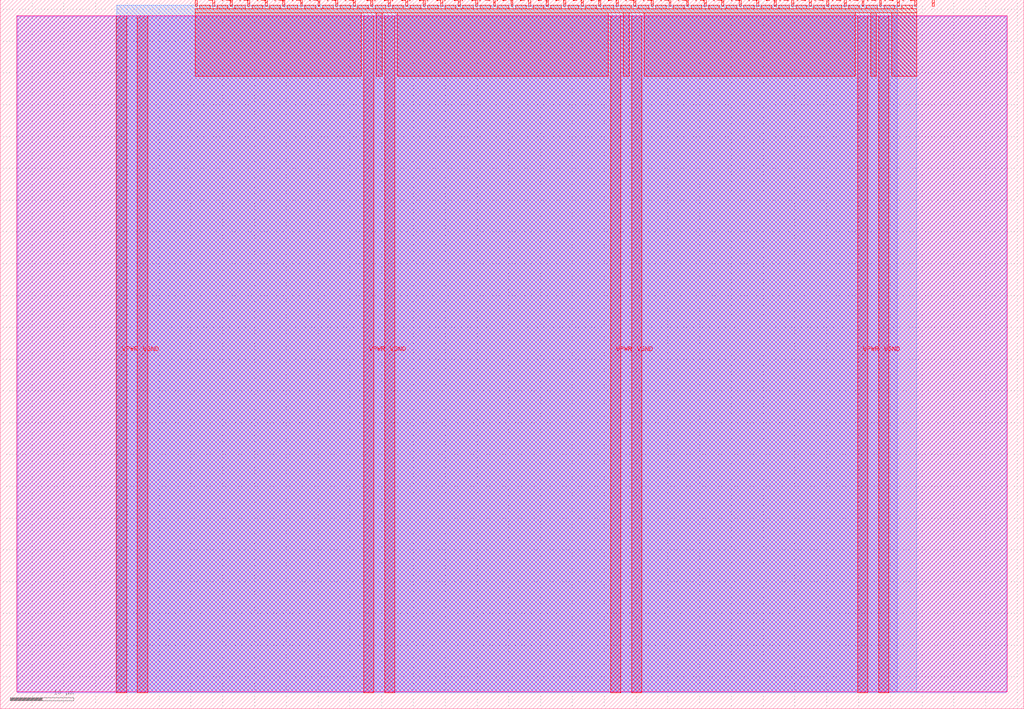
<source format=lef>
VERSION 5.7 ;
  NOWIREEXTENSIONATPIN ON ;
  DIVIDERCHAR "/" ;
  BUSBITCHARS "[]" ;
MACRO tt_um_wokwi_442977515486800897
  CLASS BLOCK ;
  FOREIGN tt_um_wokwi_442977515486800897 ;
  ORIGIN 0.000 0.000 ;
  SIZE 161.000 BY 111.520 ;
  PIN VGND
    DIRECTION INOUT ;
    USE GROUND ;
    PORT
      LAYER met4 ;
        RECT 21.580 2.480 23.180 109.040 ;
    END
    PORT
      LAYER met4 ;
        RECT 60.450 2.480 62.050 109.040 ;
    END
    PORT
      LAYER met4 ;
        RECT 99.320 2.480 100.920 109.040 ;
    END
    PORT
      LAYER met4 ;
        RECT 138.190 2.480 139.790 109.040 ;
    END
  END VGND
  PIN VPWR
    DIRECTION INOUT ;
    USE POWER ;
    PORT
      LAYER met4 ;
        RECT 18.280 2.480 19.880 109.040 ;
    END
    PORT
      LAYER met4 ;
        RECT 57.150 2.480 58.750 109.040 ;
    END
    PORT
      LAYER met4 ;
        RECT 96.020 2.480 97.620 109.040 ;
    END
    PORT
      LAYER met4 ;
        RECT 134.890 2.480 136.490 109.040 ;
    END
  END VPWR
  PIN clk
    DIRECTION INPUT ;
    USE SIGNAL ;
    ANTENNAGATEAREA 0.852000 ;
    PORT
      LAYER met4 ;
        RECT 143.830 110.520 144.130 111.520 ;
    END
  END clk
  PIN ena
    DIRECTION INPUT ;
    USE SIGNAL ;
    PORT
      LAYER met4 ;
        RECT 146.590 110.520 146.890 111.520 ;
    END
  END ena
  PIN rst_n
    DIRECTION INPUT ;
    USE SIGNAL ;
    PORT
      LAYER met4 ;
        RECT 141.070 110.520 141.370 111.520 ;
    END
  END rst_n
  PIN ui_in[0]
    DIRECTION INPUT ;
    USE SIGNAL ;
    ANTENNAGATEAREA 0.196500 ;
    PORT
      LAYER met4 ;
        RECT 138.310 110.520 138.610 111.520 ;
    END
  END ui_in[0]
  PIN ui_in[1]
    DIRECTION INPUT ;
    USE SIGNAL ;
    ANTENNAGATEAREA 0.196500 ;
    PORT
      LAYER met4 ;
        RECT 135.550 110.520 135.850 111.520 ;
    END
  END ui_in[1]
  PIN ui_in[2]
    DIRECTION INPUT ;
    USE SIGNAL ;
    ANTENNAGATEAREA 0.196500 ;
    PORT
      LAYER met4 ;
        RECT 132.790 110.520 133.090 111.520 ;
    END
  END ui_in[2]
  PIN ui_in[3]
    DIRECTION INPUT ;
    USE SIGNAL ;
    ANTENNAGATEAREA 0.196500 ;
    PORT
      LAYER met4 ;
        RECT 130.030 110.520 130.330 111.520 ;
    END
  END ui_in[3]
  PIN ui_in[4]
    DIRECTION INPUT ;
    USE SIGNAL ;
    PORT
      LAYER met4 ;
        RECT 127.270 110.520 127.570 111.520 ;
    END
  END ui_in[4]
  PIN ui_in[5]
    DIRECTION INPUT ;
    USE SIGNAL ;
    PORT
      LAYER met4 ;
        RECT 124.510 110.520 124.810 111.520 ;
    END
  END ui_in[5]
  PIN ui_in[6]
    DIRECTION INPUT ;
    USE SIGNAL ;
    PORT
      LAYER met4 ;
        RECT 121.750 110.520 122.050 111.520 ;
    END
  END ui_in[6]
  PIN ui_in[7]
    DIRECTION INPUT ;
    USE SIGNAL ;
    PORT
      LAYER met4 ;
        RECT 118.990 110.520 119.290 111.520 ;
    END
  END ui_in[7]
  PIN uio_in[0]
    DIRECTION INPUT ;
    USE SIGNAL ;
    PORT
      LAYER met4 ;
        RECT 116.230 110.520 116.530 111.520 ;
    END
  END uio_in[0]
  PIN uio_in[1]
    DIRECTION INPUT ;
    USE SIGNAL ;
    PORT
      LAYER met4 ;
        RECT 113.470 110.520 113.770 111.520 ;
    END
  END uio_in[1]
  PIN uio_in[2]
    DIRECTION INPUT ;
    USE SIGNAL ;
    PORT
      LAYER met4 ;
        RECT 110.710 110.520 111.010 111.520 ;
    END
  END uio_in[2]
  PIN uio_in[3]
    DIRECTION INPUT ;
    USE SIGNAL ;
    PORT
      LAYER met4 ;
        RECT 107.950 110.520 108.250 111.520 ;
    END
  END uio_in[3]
  PIN uio_in[4]
    DIRECTION INPUT ;
    USE SIGNAL ;
    PORT
      LAYER met4 ;
        RECT 105.190 110.520 105.490 111.520 ;
    END
  END uio_in[4]
  PIN uio_in[5]
    DIRECTION INPUT ;
    USE SIGNAL ;
    PORT
      LAYER met4 ;
        RECT 102.430 110.520 102.730 111.520 ;
    END
  END uio_in[5]
  PIN uio_in[6]
    DIRECTION INPUT ;
    USE SIGNAL ;
    PORT
      LAYER met4 ;
        RECT 99.670 110.520 99.970 111.520 ;
    END
  END uio_in[6]
  PIN uio_in[7]
    DIRECTION INPUT ;
    USE SIGNAL ;
    PORT
      LAYER met4 ;
        RECT 96.910 110.520 97.210 111.520 ;
    END
  END uio_in[7]
  PIN uio_oe[0]
    DIRECTION OUTPUT ;
    USE SIGNAL ;
    PORT
      LAYER met4 ;
        RECT 49.990 110.520 50.290 111.520 ;
    END
  END uio_oe[0]
  PIN uio_oe[1]
    DIRECTION OUTPUT ;
    USE SIGNAL ;
    PORT
      LAYER met4 ;
        RECT 47.230 110.520 47.530 111.520 ;
    END
  END uio_oe[1]
  PIN uio_oe[2]
    DIRECTION OUTPUT ;
    USE SIGNAL ;
    PORT
      LAYER met4 ;
        RECT 44.470 110.520 44.770 111.520 ;
    END
  END uio_oe[2]
  PIN uio_oe[3]
    DIRECTION OUTPUT ;
    USE SIGNAL ;
    PORT
      LAYER met4 ;
        RECT 41.710 110.520 42.010 111.520 ;
    END
  END uio_oe[3]
  PIN uio_oe[4]
    DIRECTION OUTPUT ;
    USE SIGNAL ;
    PORT
      LAYER met4 ;
        RECT 38.950 110.520 39.250 111.520 ;
    END
  END uio_oe[4]
  PIN uio_oe[5]
    DIRECTION OUTPUT ;
    USE SIGNAL ;
    PORT
      LAYER met4 ;
        RECT 36.190 110.520 36.490 111.520 ;
    END
  END uio_oe[5]
  PIN uio_oe[6]
    DIRECTION OUTPUT ;
    USE SIGNAL ;
    PORT
      LAYER met4 ;
        RECT 33.430 110.520 33.730 111.520 ;
    END
  END uio_oe[6]
  PIN uio_oe[7]
    DIRECTION OUTPUT ;
    USE SIGNAL ;
    PORT
      LAYER met4 ;
        RECT 30.670 110.520 30.970 111.520 ;
    END
  END uio_oe[7]
  PIN uio_out[0]
    DIRECTION OUTPUT ;
    USE SIGNAL ;
    PORT
      LAYER met4 ;
        RECT 72.070 110.520 72.370 111.520 ;
    END
  END uio_out[0]
  PIN uio_out[1]
    DIRECTION OUTPUT ;
    USE SIGNAL ;
    PORT
      LAYER met4 ;
        RECT 69.310 110.520 69.610 111.520 ;
    END
  END uio_out[1]
  PIN uio_out[2]
    DIRECTION OUTPUT ;
    USE SIGNAL ;
    PORT
      LAYER met4 ;
        RECT 66.550 110.520 66.850 111.520 ;
    END
  END uio_out[2]
  PIN uio_out[3]
    DIRECTION OUTPUT ;
    USE SIGNAL ;
    PORT
      LAYER met4 ;
        RECT 63.790 110.520 64.090 111.520 ;
    END
  END uio_out[3]
  PIN uio_out[4]
    DIRECTION OUTPUT ;
    USE SIGNAL ;
    PORT
      LAYER met4 ;
        RECT 61.030 110.520 61.330 111.520 ;
    END
  END uio_out[4]
  PIN uio_out[5]
    DIRECTION OUTPUT ;
    USE SIGNAL ;
    PORT
      LAYER met4 ;
        RECT 58.270 110.520 58.570 111.520 ;
    END
  END uio_out[5]
  PIN uio_out[6]
    DIRECTION OUTPUT ;
    USE SIGNAL ;
    PORT
      LAYER met4 ;
        RECT 55.510 110.520 55.810 111.520 ;
    END
  END uio_out[6]
  PIN uio_out[7]
    DIRECTION OUTPUT ;
    USE SIGNAL ;
    PORT
      LAYER met4 ;
        RECT 52.750 110.520 53.050 111.520 ;
    END
  END uio_out[7]
  PIN uo_out[0]
    DIRECTION OUTPUT ;
    USE SIGNAL ;
    ANTENNADIFFAREA 0.445500 ;
    PORT
      LAYER met4 ;
        RECT 94.150 110.520 94.450 111.520 ;
    END
  END uo_out[0]
  PIN uo_out[1]
    DIRECTION OUTPUT ;
    USE SIGNAL ;
    ANTENNADIFFAREA 0.445500 ;
    PORT
      LAYER met4 ;
        RECT 91.390 110.520 91.690 111.520 ;
    END
  END uo_out[1]
  PIN uo_out[2]
    DIRECTION OUTPUT ;
    USE SIGNAL ;
    ANTENNADIFFAREA 0.445500 ;
    PORT
      LAYER met4 ;
        RECT 88.630 110.520 88.930 111.520 ;
    END
  END uo_out[2]
  PIN uo_out[3]
    DIRECTION OUTPUT ;
    USE SIGNAL ;
    ANTENNADIFFAREA 0.445500 ;
    PORT
      LAYER met4 ;
        RECT 85.870 110.520 86.170 111.520 ;
    END
  END uo_out[3]
  PIN uo_out[4]
    DIRECTION OUTPUT ;
    USE SIGNAL ;
    ANTENNADIFFAREA 0.445500 ;
    PORT
      LAYER met4 ;
        RECT 83.110 110.520 83.410 111.520 ;
    END
  END uo_out[4]
  PIN uo_out[5]
    DIRECTION OUTPUT ;
    USE SIGNAL ;
    ANTENNADIFFAREA 0.445500 ;
    PORT
      LAYER met4 ;
        RECT 80.350 110.520 80.650 111.520 ;
    END
  END uo_out[5]
  PIN uo_out[6]
    DIRECTION OUTPUT ;
    USE SIGNAL ;
    ANTENNADIFFAREA 0.445500 ;
    PORT
      LAYER met4 ;
        RECT 77.590 110.520 77.890 111.520 ;
    END
  END uo_out[6]
  PIN uo_out[7]
    DIRECTION OUTPUT ;
    USE SIGNAL ;
    PORT
      LAYER met4 ;
        RECT 74.830 110.520 75.130 111.520 ;
    END
  END uo_out[7]
  OBS
      LAYER nwell ;
        RECT 2.570 2.635 158.430 108.990 ;
      LAYER li1 ;
        RECT 2.760 2.635 158.240 108.885 ;
      LAYER met1 ;
        RECT 2.760 2.480 158.240 109.040 ;
      LAYER met2 ;
        RECT 18.310 2.535 141.130 110.685 ;
      LAYER met3 ;
        RECT 18.290 2.555 144.170 110.665 ;
      LAYER met4 ;
        RECT 31.370 110.120 33.030 110.665 ;
        RECT 34.130 110.120 35.790 110.665 ;
        RECT 36.890 110.120 38.550 110.665 ;
        RECT 39.650 110.120 41.310 110.665 ;
        RECT 42.410 110.120 44.070 110.665 ;
        RECT 45.170 110.120 46.830 110.665 ;
        RECT 47.930 110.120 49.590 110.665 ;
        RECT 50.690 110.120 52.350 110.665 ;
        RECT 53.450 110.120 55.110 110.665 ;
        RECT 56.210 110.120 57.870 110.665 ;
        RECT 58.970 110.120 60.630 110.665 ;
        RECT 61.730 110.120 63.390 110.665 ;
        RECT 64.490 110.120 66.150 110.665 ;
        RECT 67.250 110.120 68.910 110.665 ;
        RECT 70.010 110.120 71.670 110.665 ;
        RECT 72.770 110.120 74.430 110.665 ;
        RECT 75.530 110.120 77.190 110.665 ;
        RECT 78.290 110.120 79.950 110.665 ;
        RECT 81.050 110.120 82.710 110.665 ;
        RECT 83.810 110.120 85.470 110.665 ;
        RECT 86.570 110.120 88.230 110.665 ;
        RECT 89.330 110.120 90.990 110.665 ;
        RECT 92.090 110.120 93.750 110.665 ;
        RECT 94.850 110.120 96.510 110.665 ;
        RECT 97.610 110.120 99.270 110.665 ;
        RECT 100.370 110.120 102.030 110.665 ;
        RECT 103.130 110.120 104.790 110.665 ;
        RECT 105.890 110.120 107.550 110.665 ;
        RECT 108.650 110.120 110.310 110.665 ;
        RECT 111.410 110.120 113.070 110.665 ;
        RECT 114.170 110.120 115.830 110.665 ;
        RECT 116.930 110.120 118.590 110.665 ;
        RECT 119.690 110.120 121.350 110.665 ;
        RECT 122.450 110.120 124.110 110.665 ;
        RECT 125.210 110.120 126.870 110.665 ;
        RECT 127.970 110.120 129.630 110.665 ;
        RECT 130.730 110.120 132.390 110.665 ;
        RECT 133.490 110.120 135.150 110.665 ;
        RECT 136.250 110.120 137.910 110.665 ;
        RECT 139.010 110.120 140.670 110.665 ;
        RECT 141.770 110.120 143.430 110.665 ;
        RECT 30.655 109.440 144.145 110.120 ;
        RECT 30.655 99.455 56.750 109.440 ;
        RECT 59.150 99.455 60.050 109.440 ;
        RECT 62.450 99.455 95.620 109.440 ;
        RECT 98.020 99.455 98.920 109.440 ;
        RECT 101.320 99.455 134.490 109.440 ;
        RECT 136.890 99.455 137.790 109.440 ;
        RECT 140.190 99.455 144.145 109.440 ;
  END
END tt_um_wokwi_442977515486800897
END LIBRARY


</source>
